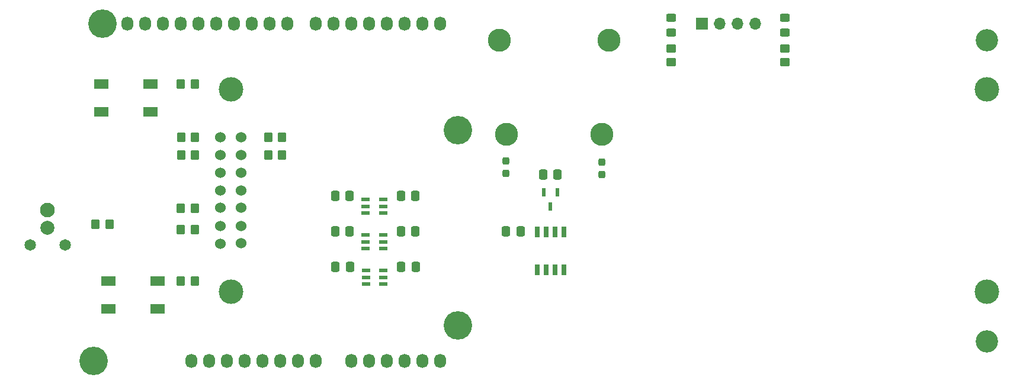
<source format=gts>
G04 #@! TF.GenerationSoftware,KiCad,Pcbnew,(6.0.6)*
G04 #@! TF.CreationDate,2022-07-18T13:46:11+09:00*
G04 #@! TF.ProjectId,mt_reflowcnt,6d745f72-6566-46c6-9f77-636e742e6b69,rev?*
G04 #@! TF.SameCoordinates,Original*
G04 #@! TF.FileFunction,Soldermask,Top*
G04 #@! TF.FilePolarity,Negative*
%FSLAX46Y46*%
G04 Gerber Fmt 4.6, Leading zero omitted, Abs format (unit mm)*
G04 Created by KiCad (PCBNEW (6.0.6)) date 2022-07-18 13:46:11*
%MOMM*%
%LPD*%
G01*
G04 APERTURE LIST*
G04 Aperture macros list*
%AMRoundRect*
0 Rectangle with rounded corners*
0 $1 Rounding radius*
0 $2 $3 $4 $5 $6 $7 $8 $9 X,Y pos of 4 corners*
0 Add a 4 corners polygon primitive as box body*
4,1,4,$2,$3,$4,$5,$6,$7,$8,$9,$2,$3,0*
0 Add four circle primitives for the rounded corners*
1,1,$1+$1,$2,$3*
1,1,$1+$1,$4,$5*
1,1,$1+$1,$6,$7*
1,1,$1+$1,$8,$9*
0 Add four rect primitives between the rounded corners*
20,1,$1+$1,$2,$3,$4,$5,0*
20,1,$1+$1,$4,$5,$6,$7,0*
20,1,$1+$1,$6,$7,$8,$9,0*
20,1,$1+$1,$8,$9,$2,$3,0*%
G04 Aperture macros list end*
%ADD10RoundRect,0.250000X-0.337500X-0.475000X0.337500X-0.475000X0.337500X0.475000X-0.337500X0.475000X0*%
%ADD11RoundRect,0.250000X0.337500X0.475000X-0.337500X0.475000X-0.337500X-0.475000X0.337500X-0.475000X0*%
%ADD12R,1.200000X0.600000*%
%ADD13C,3.200000*%
%ADD14R,1.700000X1.700000*%
%ADD15O,1.700000X1.700000*%
%ADD16RoundRect,0.237500X0.237500X-0.287500X0.237500X0.287500X-0.237500X0.287500X-0.237500X-0.287500X0*%
%ADD17RoundRect,0.250000X-0.450000X0.325000X-0.450000X-0.325000X0.450000X-0.325000X0.450000X0.325000X0*%
%ADD18R,2.000000X1.400000*%
%ADD19C,1.650000*%
%ADD20C,2.100000*%
%ADD21C,2.000000*%
%ADD22R,0.650000X1.525000*%
%ADD23R,0.600000X1.250000*%
%ADD24RoundRect,0.250000X0.350000X0.450000X-0.350000X0.450000X-0.350000X-0.450000X0.350000X-0.450000X0*%
%ADD25RoundRect,0.250000X-0.350000X-0.450000X0.350000X-0.450000X0.350000X0.450000X-0.350000X0.450000X0*%
%ADD26RoundRect,0.250000X0.450000X-0.350000X0.450000X0.350000X-0.450000X0.350000X-0.450000X-0.350000X0*%
%ADD27C,3.294000*%
%ADD28C,1.524000*%
%ADD29C,3.500000*%
%ADD30O,1.727200X2.032000*%
%ADD31C,4.064000*%
G04 APERTURE END LIST*
D10*
G04 #@! TO.C,C8*
X168910000Y-110363000D03*
X170985000Y-110363000D03*
G04 #@! TD*
D11*
G04 #@! TO.C,C7*
X161587000Y-110363000D03*
X159512000Y-110363000D03*
G04 #@! TD*
D12*
G04 #@! TO.C,IC5*
X166350000Y-110937000D03*
X166350000Y-111887000D03*
X166350000Y-112837000D03*
X163850000Y-112837000D03*
X163850000Y-111887000D03*
X163850000Y-110937000D03*
G04 #@! TD*
G04 #@! TO.C,IC2*
X163828500Y-105857000D03*
X163828500Y-106807000D03*
X163828500Y-107757000D03*
X166328500Y-107757000D03*
X166328500Y-106807000D03*
X166328500Y-105857000D03*
G04 #@! TD*
G04 #@! TO.C,IC1*
X163828500Y-100777000D03*
X163828500Y-101727000D03*
X163828500Y-102677000D03*
X166328500Y-102677000D03*
X166328500Y-101727000D03*
X166328500Y-100777000D03*
G04 #@! TD*
D13*
G04 #@! TO.C,H2*
X252603000Y-121031000D03*
G04 #@! TD*
G04 #@! TO.C,H1*
X252603000Y-77978000D03*
G04 #@! TD*
D11*
G04 #@! TO.C,C1*
X161544000Y-100203000D03*
X159469000Y-100203000D03*
G04 #@! TD*
G04 #@! TO.C,C2*
X161522500Y-105283000D03*
X159447500Y-105283000D03*
G04 #@! TD*
G04 #@! TO.C,C6*
X185971000Y-105283000D03*
X183896000Y-105283000D03*
G04 #@! TD*
D10*
G04 #@! TO.C,C5*
X189187000Y-97155000D03*
X191262000Y-97155000D03*
G04 #@! TD*
G04 #@! TO.C,C4*
X168867000Y-105283000D03*
X170942000Y-105283000D03*
G04 #@! TD*
G04 #@! TO.C,C3*
X170942000Y-100203000D03*
X168867000Y-100203000D03*
G04 #@! TD*
D14*
G04 #@! TO.C,J1*
X211846000Y-75565000D03*
D15*
X214386000Y-75565000D03*
X216926000Y-75565000D03*
X219466000Y-75565000D03*
G04 #@! TD*
D16*
G04 #@! TO.C,L1*
X183896000Y-97014000D03*
X183896000Y-95264000D03*
G04 #@! TD*
G04 #@! TO.C,L2*
X197612000Y-97155000D03*
X197612000Y-95405000D03*
G04 #@! TD*
D17*
G04 #@! TO.C,D2*
X223774000Y-74785000D03*
X223774000Y-76835000D03*
G04 #@! TD*
G04 #@! TO.C,D1*
X207518000Y-74785000D03*
X207518000Y-76835000D03*
G04 #@! TD*
D18*
G04 #@! TO.C,S2*
X126040000Y-84233000D03*
X133040000Y-84233000D03*
X126040000Y-88233000D03*
X133040000Y-88233000D03*
G04 #@! TD*
G04 #@! TO.C,S1*
X127056000Y-112427000D03*
X134056000Y-112427000D03*
X127056000Y-116427000D03*
X134056000Y-116427000D03*
G04 #@! TD*
D19*
G04 #@! TO.C,R2*
X115864000Y-107275000D03*
X120864000Y-107275000D03*
D20*
X118364000Y-102275000D03*
D21*
X118364000Y-104775000D03*
G04 #@! TD*
D22*
G04 #@! TO.C,IC3*
X192151000Y-105365000D03*
X190881000Y-105365000D03*
X189611000Y-105365000D03*
X188341000Y-105365000D03*
X188341000Y-110789000D03*
X189611000Y-110789000D03*
X190881000Y-110789000D03*
X192151000Y-110789000D03*
G04 #@! TD*
D23*
G04 #@! TO.C,IC4*
X191201000Y-99695000D03*
X189291000Y-99695000D03*
X190246000Y-101795000D03*
G04 #@! TD*
D24*
G04 #@! TO.C,R12*
X139414000Y-84201000D03*
X137414000Y-84201000D03*
G04 #@! TD*
G04 #@! TO.C,R11*
X139414000Y-112395000D03*
X137414000Y-112395000D03*
G04 #@! TD*
G04 #@! TO.C,R10*
X139430000Y-91821000D03*
X137430000Y-91821000D03*
G04 #@! TD*
D25*
G04 #@! TO.C,R9*
X149876000Y-91821000D03*
X151876000Y-91821000D03*
G04 #@! TD*
D24*
G04 #@! TO.C,R8*
X139430000Y-94361000D03*
X137430000Y-94361000D03*
G04 #@! TD*
D25*
G04 #@! TO.C,R7*
X149876000Y-94361000D03*
X151876000Y-94361000D03*
G04 #@! TD*
D24*
G04 #@! TO.C,R6*
X139414000Y-101981000D03*
X137414000Y-101981000D03*
G04 #@! TD*
G04 #@! TO.C,R5*
X139414000Y-105029000D03*
X137414000Y-105029000D03*
G04 #@! TD*
D26*
G04 #@! TO.C,R4*
X223774000Y-81121000D03*
X223774000Y-79121000D03*
G04 #@! TD*
G04 #@! TO.C,R3*
X207518000Y-81121000D03*
X207518000Y-79121000D03*
G04 #@! TD*
D24*
G04 #@! TO.C,R1*
X127222000Y-104267000D03*
X125222000Y-104267000D03*
G04 #@! TD*
D27*
G04 #@! TO.C,J2*
X198604000Y-77959000D03*
X182904000Y-77959000D03*
X197604000Y-91459000D03*
X183904000Y-91459000D03*
G04 #@! TD*
D28*
G04 #@! TO.C,U1*
X143080000Y-91849000D03*
X145980000Y-91849000D03*
X143080000Y-94389000D03*
X145980000Y-94389000D03*
X143080000Y-96929000D03*
X145980000Y-96929000D03*
X143080000Y-99469000D03*
X145980000Y-99459000D03*
X143080000Y-101919000D03*
X145980000Y-101939000D03*
X143080000Y-104549000D03*
X145980000Y-104549000D03*
X143080000Y-107089000D03*
X145980000Y-107049000D03*
D29*
X252580000Y-113969000D03*
X252580000Y-84969000D03*
X144580000Y-113969000D03*
X144580000Y-84969000D03*
G04 #@! TD*
D30*
G04 #@! TO.C,P1*
X138938000Y-123825000D03*
X141478000Y-123825000D03*
X144018000Y-123825000D03*
X146558000Y-123825000D03*
X149098000Y-123825000D03*
X151638000Y-123825000D03*
X154178000Y-123825000D03*
X156718000Y-123825000D03*
G04 #@! TD*
G04 #@! TO.C,P2*
X161798000Y-123825000D03*
X164338000Y-123825000D03*
X166878000Y-123825000D03*
X169418000Y-123825000D03*
X171958000Y-123825000D03*
X174498000Y-123825000D03*
G04 #@! TD*
G04 #@! TO.C,P3*
X129794000Y-75565000D03*
X132334000Y-75565000D03*
X134874000Y-75565000D03*
X137414000Y-75565000D03*
X139954000Y-75565000D03*
X142494000Y-75565000D03*
X145034000Y-75565000D03*
X147574000Y-75565000D03*
X150114000Y-75565000D03*
X152654000Y-75565000D03*
G04 #@! TD*
G04 #@! TO.C,P4*
X156718000Y-75565000D03*
X159258000Y-75565000D03*
X161798000Y-75565000D03*
X164338000Y-75565000D03*
X166878000Y-75565000D03*
X169418000Y-75565000D03*
X171958000Y-75565000D03*
X174498000Y-75565000D03*
G04 #@! TD*
D31*
G04 #@! TO.C,P5*
X124968000Y-123825000D03*
G04 #@! TD*
G04 #@! TO.C,P6*
X177038000Y-118745000D03*
G04 #@! TD*
G04 #@! TO.C,P7*
X126238000Y-75565000D03*
G04 #@! TD*
G04 #@! TO.C,P8*
X177038000Y-90805000D03*
G04 #@! TD*
M02*

</source>
